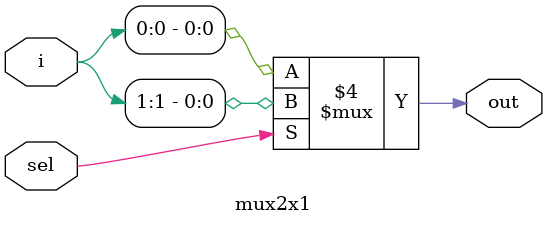
<source format=v>
module mux2x1(i,sel,out);
input [1:0] i;//MSb -> 1
			  //LSB -> 0
			  //size -> (MSB -LSB ) + 1
			  //size -> 2
input sel;
output reg out;

always@(*) begin
	if(sel == 1'b1) begin
	//if(sel) begin-> same as above line
		out = i[1];
		//out = i1;-> wrong
	end
	else begin
		out = i[0];
		//out = i0;->wrong
	end
end
endmodule


</source>
